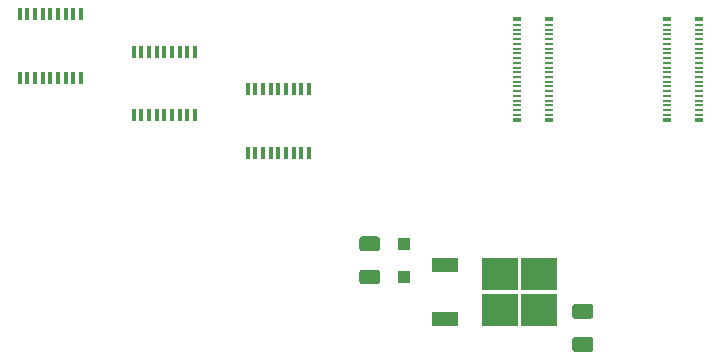
<source format=gbr>
G04 #@! TF.GenerationSoftware,KiCad,Pcbnew,(5.1.0-0)*
G04 #@! TF.CreationDate,2019-04-12T14:29:56-04:00*
G04 #@! TF.ProjectId,pyControl_DSeries,7079436f-6e74-4726-9f6c-5f4453657269,rev?*
G04 #@! TF.SameCoordinates,Original*
G04 #@! TF.FileFunction,Paste,Top*
G04 #@! TF.FilePolarity,Positive*
%FSLAX46Y46*%
G04 Gerber Fmt 4.6, Leading zero omitted, Abs format (unit mm)*
G04 Created by KiCad (PCBNEW (5.1.0-0)) date 2019-04-12 14:29:56*
%MOMM*%
%LPD*%
G04 APERTURE LIST*
%ADD10R,0.660000X0.230000*%
%ADD11R,0.660000X0.350000*%
%ADD12C,0.100000*%
%ADD13C,1.250000*%
%ADD14R,0.400000X1.000000*%
%ADD15R,1.100000X1.100000*%
%ADD16R,3.050000X2.750000*%
%ADD17R,2.200000X1.200000*%
G04 APERTURE END LIST*
D10*
X123021000Y-97660000D03*
X120311000Y-97260000D03*
X123021000Y-97260000D03*
X120311000Y-96860000D03*
D11*
X123021000Y-103335000D03*
X120311000Y-103335000D03*
X123021000Y-94785000D03*
X120311000Y-94785000D03*
D10*
X120311000Y-102860000D03*
X123021000Y-102860000D03*
X120311000Y-102460000D03*
X123021000Y-102460000D03*
X120311000Y-102060000D03*
X123021000Y-102060000D03*
X120311000Y-101660000D03*
X123021000Y-101660000D03*
X120311000Y-101260000D03*
X123021000Y-101260000D03*
X120311000Y-100860000D03*
X123021000Y-100860000D03*
X120311000Y-100460000D03*
X123021000Y-100460000D03*
X120311000Y-100060000D03*
X123021000Y-100060000D03*
X120311000Y-99660000D03*
X123021000Y-99660000D03*
X120311000Y-99260000D03*
X123021000Y-99260000D03*
X120311000Y-98860000D03*
X123021000Y-98860000D03*
X120311000Y-98460000D03*
X123021000Y-98460000D03*
X120311000Y-98060000D03*
X123021000Y-98060000D03*
X120311000Y-97660000D03*
X123021000Y-96860000D03*
X120311000Y-96460000D03*
X123021000Y-96460000D03*
X120311000Y-96060000D03*
X123021000Y-96060000D03*
X120311000Y-95660000D03*
X123021000Y-95660000D03*
X120311000Y-95260000D03*
X123021000Y-95260000D03*
X135721000Y-95260000D03*
X133011000Y-100460000D03*
X135721000Y-100860000D03*
X133011000Y-100860000D03*
X135721000Y-101260000D03*
X133011000Y-101260000D03*
X135721000Y-101660000D03*
X133011000Y-101660000D03*
X135721000Y-102060000D03*
X133011000Y-102060000D03*
X135721000Y-102460000D03*
X133011000Y-102460000D03*
X135721000Y-102860000D03*
X133011000Y-102860000D03*
D11*
X133011000Y-94785000D03*
X135721000Y-94785000D03*
D10*
X133011000Y-97260000D03*
X135721000Y-97660000D03*
X135721000Y-96860000D03*
X133011000Y-97660000D03*
X135721000Y-98060000D03*
X133011000Y-98060000D03*
X135721000Y-98460000D03*
X133011000Y-98460000D03*
X135721000Y-98860000D03*
X133011000Y-98860000D03*
X135721000Y-99260000D03*
X133011000Y-99260000D03*
X135721000Y-99660000D03*
X133011000Y-99660000D03*
X135721000Y-100060000D03*
X133011000Y-100060000D03*
X135721000Y-100460000D03*
X133011000Y-95260000D03*
X135721000Y-95660000D03*
X133011000Y-95660000D03*
X135721000Y-96060000D03*
X133011000Y-96060000D03*
X135721000Y-96460000D03*
X133011000Y-96460000D03*
D11*
X133011000Y-103335000D03*
X135721000Y-103335000D03*
D10*
X133011000Y-96860000D03*
X135721000Y-97260000D03*
D12*
G36*
X126506504Y-118877204D02*
G01*
X126530773Y-118880804D01*
X126554571Y-118886765D01*
X126577671Y-118895030D01*
X126599849Y-118905520D01*
X126620893Y-118918133D01*
X126640598Y-118932747D01*
X126658777Y-118949223D01*
X126675253Y-118967402D01*
X126689867Y-118987107D01*
X126702480Y-119008151D01*
X126712970Y-119030329D01*
X126721235Y-119053429D01*
X126727196Y-119077227D01*
X126730796Y-119101496D01*
X126732000Y-119126000D01*
X126732000Y-119876000D01*
X126730796Y-119900504D01*
X126727196Y-119924773D01*
X126721235Y-119948571D01*
X126712970Y-119971671D01*
X126702480Y-119993849D01*
X126689867Y-120014893D01*
X126675253Y-120034598D01*
X126658777Y-120052777D01*
X126640598Y-120069253D01*
X126620893Y-120083867D01*
X126599849Y-120096480D01*
X126577671Y-120106970D01*
X126554571Y-120115235D01*
X126530773Y-120121196D01*
X126506504Y-120124796D01*
X126482000Y-120126000D01*
X125232000Y-120126000D01*
X125207496Y-120124796D01*
X125183227Y-120121196D01*
X125159429Y-120115235D01*
X125136329Y-120106970D01*
X125114151Y-120096480D01*
X125093107Y-120083867D01*
X125073402Y-120069253D01*
X125055223Y-120052777D01*
X125038747Y-120034598D01*
X125024133Y-120014893D01*
X125011520Y-119993849D01*
X125001030Y-119971671D01*
X124992765Y-119948571D01*
X124986804Y-119924773D01*
X124983204Y-119900504D01*
X124982000Y-119876000D01*
X124982000Y-119126000D01*
X124983204Y-119101496D01*
X124986804Y-119077227D01*
X124992765Y-119053429D01*
X125001030Y-119030329D01*
X125011520Y-119008151D01*
X125024133Y-118987107D01*
X125038747Y-118967402D01*
X125055223Y-118949223D01*
X125073402Y-118932747D01*
X125093107Y-118918133D01*
X125114151Y-118905520D01*
X125136329Y-118895030D01*
X125159429Y-118886765D01*
X125183227Y-118880804D01*
X125207496Y-118877204D01*
X125232000Y-118876000D01*
X126482000Y-118876000D01*
X126506504Y-118877204D01*
X126506504Y-118877204D01*
G37*
D13*
X125857000Y-119501000D03*
D12*
G36*
X126506504Y-121677204D02*
G01*
X126530773Y-121680804D01*
X126554571Y-121686765D01*
X126577671Y-121695030D01*
X126599849Y-121705520D01*
X126620893Y-121718133D01*
X126640598Y-121732747D01*
X126658777Y-121749223D01*
X126675253Y-121767402D01*
X126689867Y-121787107D01*
X126702480Y-121808151D01*
X126712970Y-121830329D01*
X126721235Y-121853429D01*
X126727196Y-121877227D01*
X126730796Y-121901496D01*
X126732000Y-121926000D01*
X126732000Y-122676000D01*
X126730796Y-122700504D01*
X126727196Y-122724773D01*
X126721235Y-122748571D01*
X126712970Y-122771671D01*
X126702480Y-122793849D01*
X126689867Y-122814893D01*
X126675253Y-122834598D01*
X126658777Y-122852777D01*
X126640598Y-122869253D01*
X126620893Y-122883867D01*
X126599849Y-122896480D01*
X126577671Y-122906970D01*
X126554571Y-122915235D01*
X126530773Y-122921196D01*
X126506504Y-122924796D01*
X126482000Y-122926000D01*
X125232000Y-122926000D01*
X125207496Y-122924796D01*
X125183227Y-122921196D01*
X125159429Y-122915235D01*
X125136329Y-122906970D01*
X125114151Y-122896480D01*
X125093107Y-122883867D01*
X125073402Y-122869253D01*
X125055223Y-122852777D01*
X125038747Y-122834598D01*
X125024133Y-122814893D01*
X125011520Y-122793849D01*
X125001030Y-122771671D01*
X124992765Y-122748571D01*
X124986804Y-122724773D01*
X124983204Y-122700504D01*
X124982000Y-122676000D01*
X124982000Y-121926000D01*
X124983204Y-121901496D01*
X124986804Y-121877227D01*
X124992765Y-121853429D01*
X125001030Y-121830329D01*
X125011520Y-121808151D01*
X125024133Y-121787107D01*
X125038747Y-121767402D01*
X125055223Y-121749223D01*
X125073402Y-121732747D01*
X125093107Y-121718133D01*
X125114151Y-121705520D01*
X125136329Y-121695030D01*
X125159429Y-121686765D01*
X125183227Y-121680804D01*
X125207496Y-121677204D01*
X125232000Y-121676000D01*
X126482000Y-121676000D01*
X126506504Y-121677204D01*
X126506504Y-121677204D01*
G37*
D13*
X125857000Y-122301000D03*
D12*
G36*
X108472504Y-113165204D02*
G01*
X108496773Y-113168804D01*
X108520571Y-113174765D01*
X108543671Y-113183030D01*
X108565849Y-113193520D01*
X108586893Y-113206133D01*
X108606598Y-113220747D01*
X108624777Y-113237223D01*
X108641253Y-113255402D01*
X108655867Y-113275107D01*
X108668480Y-113296151D01*
X108678970Y-113318329D01*
X108687235Y-113341429D01*
X108693196Y-113365227D01*
X108696796Y-113389496D01*
X108698000Y-113414000D01*
X108698000Y-114164000D01*
X108696796Y-114188504D01*
X108693196Y-114212773D01*
X108687235Y-114236571D01*
X108678970Y-114259671D01*
X108668480Y-114281849D01*
X108655867Y-114302893D01*
X108641253Y-114322598D01*
X108624777Y-114340777D01*
X108606598Y-114357253D01*
X108586893Y-114371867D01*
X108565849Y-114384480D01*
X108543671Y-114394970D01*
X108520571Y-114403235D01*
X108496773Y-114409196D01*
X108472504Y-114412796D01*
X108448000Y-114414000D01*
X107198000Y-114414000D01*
X107173496Y-114412796D01*
X107149227Y-114409196D01*
X107125429Y-114403235D01*
X107102329Y-114394970D01*
X107080151Y-114384480D01*
X107059107Y-114371867D01*
X107039402Y-114357253D01*
X107021223Y-114340777D01*
X107004747Y-114322598D01*
X106990133Y-114302893D01*
X106977520Y-114281849D01*
X106967030Y-114259671D01*
X106958765Y-114236571D01*
X106952804Y-114212773D01*
X106949204Y-114188504D01*
X106948000Y-114164000D01*
X106948000Y-113414000D01*
X106949204Y-113389496D01*
X106952804Y-113365227D01*
X106958765Y-113341429D01*
X106967030Y-113318329D01*
X106977520Y-113296151D01*
X106990133Y-113275107D01*
X107004747Y-113255402D01*
X107021223Y-113237223D01*
X107039402Y-113220747D01*
X107059107Y-113206133D01*
X107080151Y-113193520D01*
X107102329Y-113183030D01*
X107125429Y-113174765D01*
X107149227Y-113168804D01*
X107173496Y-113165204D01*
X107198000Y-113164000D01*
X108448000Y-113164000D01*
X108472504Y-113165204D01*
X108472504Y-113165204D01*
G37*
D13*
X107823000Y-113789000D03*
D12*
G36*
X108472504Y-115965204D02*
G01*
X108496773Y-115968804D01*
X108520571Y-115974765D01*
X108543671Y-115983030D01*
X108565849Y-115993520D01*
X108586893Y-116006133D01*
X108606598Y-116020747D01*
X108624777Y-116037223D01*
X108641253Y-116055402D01*
X108655867Y-116075107D01*
X108668480Y-116096151D01*
X108678970Y-116118329D01*
X108687235Y-116141429D01*
X108693196Y-116165227D01*
X108696796Y-116189496D01*
X108698000Y-116214000D01*
X108698000Y-116964000D01*
X108696796Y-116988504D01*
X108693196Y-117012773D01*
X108687235Y-117036571D01*
X108678970Y-117059671D01*
X108668480Y-117081849D01*
X108655867Y-117102893D01*
X108641253Y-117122598D01*
X108624777Y-117140777D01*
X108606598Y-117157253D01*
X108586893Y-117171867D01*
X108565849Y-117184480D01*
X108543671Y-117194970D01*
X108520571Y-117203235D01*
X108496773Y-117209196D01*
X108472504Y-117212796D01*
X108448000Y-117214000D01*
X107198000Y-117214000D01*
X107173496Y-117212796D01*
X107149227Y-117209196D01*
X107125429Y-117203235D01*
X107102329Y-117194970D01*
X107080151Y-117184480D01*
X107059107Y-117171867D01*
X107039402Y-117157253D01*
X107021223Y-117140777D01*
X107004747Y-117122598D01*
X106990133Y-117102893D01*
X106977520Y-117081849D01*
X106967030Y-117059671D01*
X106958765Y-117036571D01*
X106952804Y-117012773D01*
X106949204Y-116988504D01*
X106948000Y-116964000D01*
X106948000Y-116214000D01*
X106949204Y-116189496D01*
X106952804Y-116165227D01*
X106958765Y-116141429D01*
X106967030Y-116118329D01*
X106977520Y-116096151D01*
X106990133Y-116075107D01*
X107004747Y-116055402D01*
X107021223Y-116037223D01*
X107039402Y-116020747D01*
X107059107Y-116006133D01*
X107080151Y-115993520D01*
X107102329Y-115983030D01*
X107125429Y-115974765D01*
X107149227Y-115968804D01*
X107173496Y-115965204D01*
X107198000Y-115964000D01*
X108448000Y-115964000D01*
X108472504Y-115965204D01*
X108472504Y-115965204D01*
G37*
D13*
X107823000Y-116589000D03*
D14*
X93024000Y-97503000D03*
X92374000Y-97503000D03*
X91724000Y-97503000D03*
X91074000Y-97503000D03*
X90424000Y-97503000D03*
X89774000Y-97503000D03*
X89124000Y-97503000D03*
X88474000Y-97503000D03*
X87824000Y-97503000D03*
X93024000Y-102903000D03*
X92374000Y-102903000D03*
X91724000Y-102903000D03*
X91074000Y-102903000D03*
X90424000Y-102903000D03*
X89774000Y-102903000D03*
X89124000Y-102903000D03*
X88474000Y-102903000D03*
X87824000Y-102903000D03*
X102676000Y-100678000D03*
X102026000Y-100678000D03*
X101376000Y-100678000D03*
X100726000Y-100678000D03*
X100076000Y-100678000D03*
X99426000Y-100678000D03*
X98776000Y-100678000D03*
X98126000Y-100678000D03*
X97476000Y-100678000D03*
X102676000Y-106078000D03*
X102026000Y-106078000D03*
X101376000Y-106078000D03*
X100726000Y-106078000D03*
X100076000Y-106078000D03*
X99426000Y-106078000D03*
X98776000Y-106078000D03*
X98126000Y-106078000D03*
X97476000Y-106078000D03*
X83372000Y-94328000D03*
X82722000Y-94328000D03*
X82072000Y-94328000D03*
X81422000Y-94328000D03*
X80772000Y-94328000D03*
X80122000Y-94328000D03*
X79472000Y-94328000D03*
X78822000Y-94328000D03*
X78172000Y-94328000D03*
X83372000Y-99728000D03*
X82722000Y-99728000D03*
X82072000Y-99728000D03*
X81422000Y-99728000D03*
X80772000Y-99728000D03*
X80122000Y-99728000D03*
X79472000Y-99728000D03*
X78822000Y-99728000D03*
X78172000Y-99728000D03*
D15*
X110744000Y-116589000D03*
X110744000Y-113789000D03*
D16*
X118824000Y-119380000D03*
X122174000Y-116330000D03*
X118824000Y-116330000D03*
X122174000Y-119380000D03*
D17*
X114199000Y-120135000D03*
X114199000Y-115575000D03*
M02*

</source>
